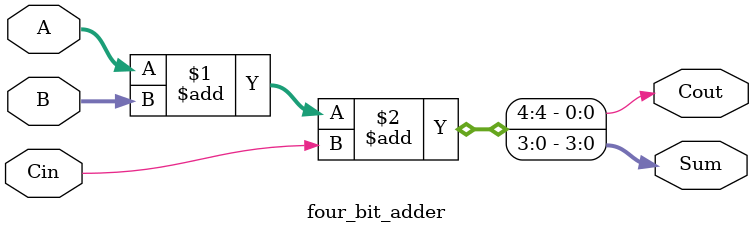
<source format=v>
module four_bit_adder(
    input [3:0] A,
    input [3:0] B,
    input Cin,
    output [3:0] Sum,
    output Cout
);

    assign {Cout, Sum} = A + B + Cin;

endmodule
</source>
